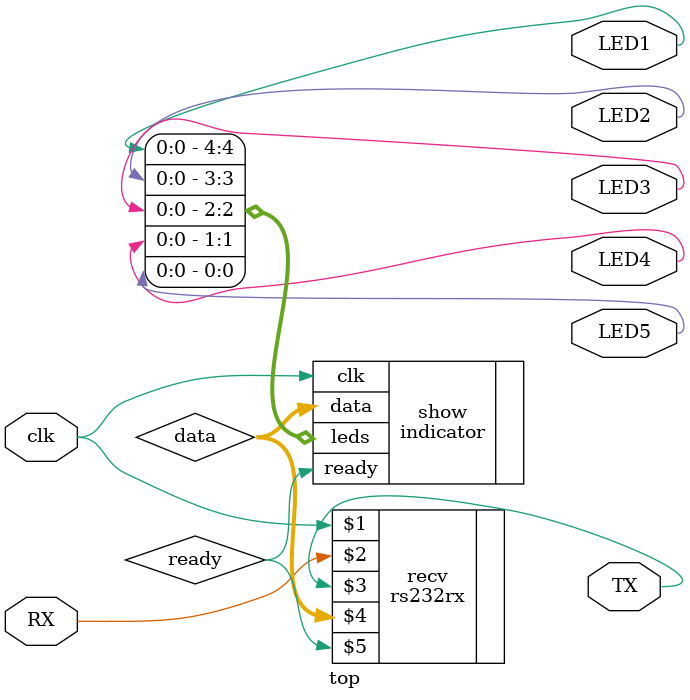
<source format=v>
module top (input      clk,
            input      RX,
            output     TX,
            output reg LED1,
            output reg LED2,
            output reg LED3,
            output reg LED4,
            output reg LED5
            );
   // wires between blocks and ready signal from rs323 to led
   wire [7:0]           data;
   // input data readiness
   wire                 ready;
   
   // should have rs232 module to receive data (has reg on output)
   rs232rx recv(clk, RX, TX, data, ready);

   // led module to show data, has internal  reg to show data if valid  
   indicator show(
                  .clk(clk),
                  .data(data),
                  .ready(ready),
                  .leds({LED1, LED2, LED3, LED4, LED5})
                  );
   
endmodule // top

</source>
